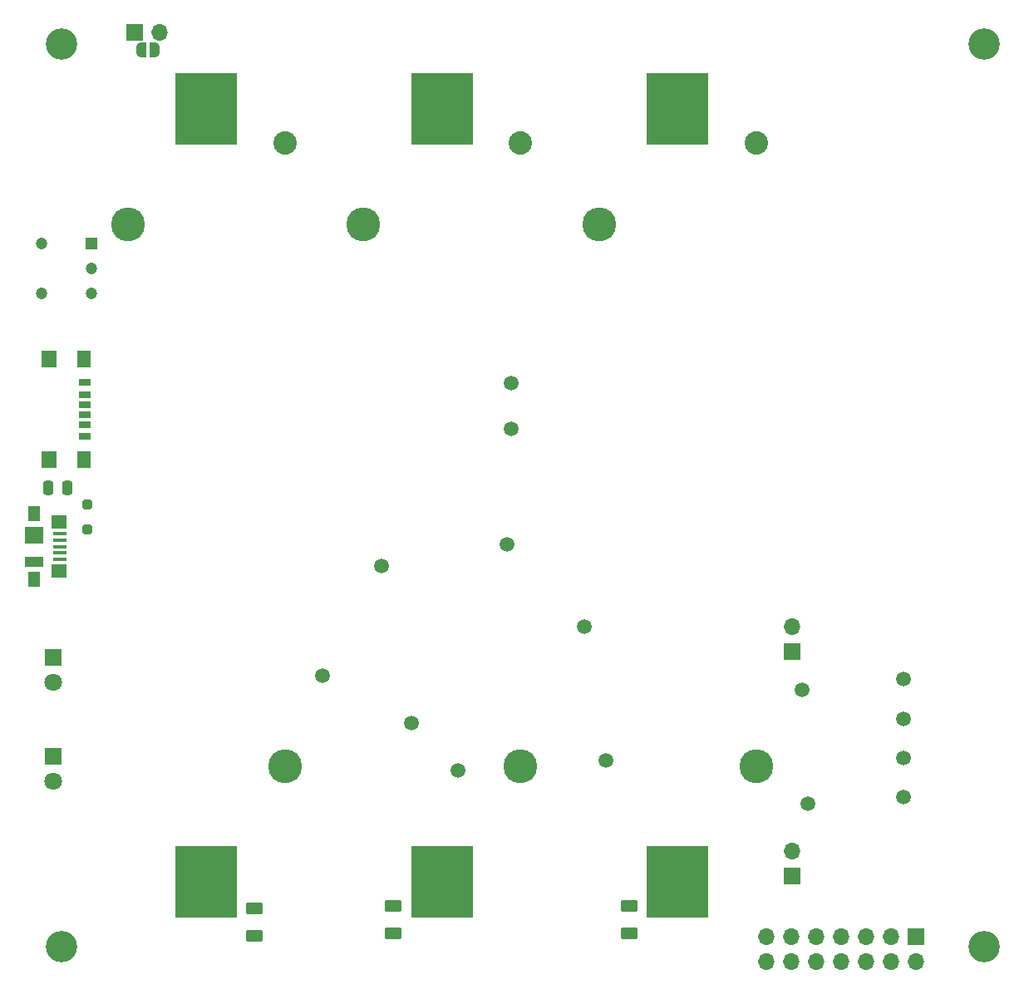
<source format=gts>
%TF.GenerationSoftware,KiCad,Pcbnew,7.0.9*%
%TF.CreationDate,2024-06-04T23:40:40+02:00*%
%TF.ProjectId,EnvSensor-Power-v2.1,456e7653-656e-4736-9f72-2d506f776572,rev?*%
%TF.SameCoordinates,Original*%
%TF.FileFunction,Soldermask,Top*%
%TF.FilePolarity,Negative*%
%FSLAX46Y46*%
G04 Gerber Fmt 4.6, Leading zero omitted, Abs format (unit mm)*
G04 Created by KiCad (PCBNEW 7.0.9) date 2024-06-04 23:40:40*
%MOMM*%
%LPD*%
G01*
G04 APERTURE LIST*
G04 Aperture macros list*
%AMRoundRect*
0 Rectangle with rounded corners*
0 $1 Rounding radius*
0 $2 $3 $4 $5 $6 $7 $8 $9 X,Y pos of 4 corners*
0 Add a 4 corners polygon primitive as box body*
4,1,4,$2,$3,$4,$5,$6,$7,$8,$9,$2,$3,0*
0 Add four circle primitives for the rounded corners*
1,1,$1+$1,$2,$3*
1,1,$1+$1,$4,$5*
1,1,$1+$1,$6,$7*
1,1,$1+$1,$8,$9*
0 Add four rect primitives between the rounded corners*
20,1,$1+$1,$2,$3,$4,$5,0*
20,1,$1+$1,$4,$5,$6,$7,0*
20,1,$1+$1,$6,$7,$8,$9,0*
20,1,$1+$1,$8,$9,$2,$3,0*%
%AMFreePoly0*
4,1,19,0.500000,-0.750000,0.000000,-0.750000,0.000000,-0.744911,-0.071157,-0.744911,-0.207708,-0.704816,-0.327430,-0.627875,-0.420627,-0.520320,-0.479746,-0.390866,-0.500000,-0.250000,-0.500000,0.250000,-0.479746,0.390866,-0.420627,0.520320,-0.327430,0.627875,-0.207708,0.704816,-0.071157,0.744911,0.000000,0.744911,0.000000,0.750000,0.500000,0.750000,0.500000,-0.750000,0.500000,-0.750000,
$1*%
%AMFreePoly1*
4,1,19,0.000000,0.744911,0.071157,0.744911,0.207708,0.704816,0.327430,0.627875,0.420627,0.520320,0.479746,0.390866,0.500000,0.250000,0.500000,-0.250000,0.479746,-0.390866,0.420627,-0.520320,0.327430,-0.627875,0.207708,-0.704816,0.071157,-0.744911,0.000000,-0.744911,0.000000,-0.750000,-0.500000,-0.750000,-0.500000,0.750000,0.000000,0.750000,0.000000,0.744911,0.000000,0.744911,
$1*%
G04 Aperture macros list end*
%ADD10R,1.700000X1.700000*%
%ADD11O,1.700000X1.700000*%
%ADD12RoundRect,0.250000X-0.625000X0.375000X-0.625000X-0.375000X0.625000X-0.375000X0.625000X0.375000X0*%
%ADD13R,1.380000X0.450000*%
%ADD14R,1.300000X1.650000*%
%ADD15R,1.550000X1.425000*%
%ADD16R,1.900000X1.800000*%
%ADD17R,1.900000X1.000000*%
%ADD18R,1.200000X0.700000*%
%ADD19R,1.200000X0.760000*%
%ADD20R,1.200000X0.800000*%
%ADD21R,1.350000X1.800000*%
%ADD22R,1.500000X1.800000*%
%ADD23C,3.200000*%
%ADD24C,1.200000*%
%ADD25R,1.200000X1.200000*%
%ADD26C,2.390000*%
%ADD27C,3.450000*%
%ADD28R,6.350000X7.340000*%
%ADD29FreePoly0,180.000000*%
%ADD30FreePoly1,180.000000*%
%ADD31R,1.800000X1.800000*%
%ADD32C,1.800000*%
%ADD33RoundRect,0.250000X-0.250000X-0.475000X0.250000X-0.475000X0.250000X0.475000X-0.250000X0.475000X0*%
%ADD34RoundRect,0.250000X-0.250000X0.250000X-0.250000X-0.250000X0.250000X-0.250000X0.250000X0.250000X0*%
%ADD35C,1.500000*%
G04 APERTURE END LIST*
D10*
%TO.C,J6*%
X111000000Y-115000000D03*
D11*
X111000000Y-117540000D03*
X108460000Y-115000000D03*
X108460000Y-117540000D03*
X105920000Y-115000000D03*
X105920000Y-117540000D03*
X103380000Y-115000000D03*
X103380000Y-117540000D03*
X100840000Y-115000000D03*
X100840000Y-117540000D03*
X98300000Y-115000000D03*
X98300000Y-117540000D03*
X95760000Y-115000000D03*
X95760000Y-117540000D03*
%TD*%
D12*
%TO.C,F1*%
X43600000Y-112100000D03*
X43600000Y-114900000D03*
%TD*%
D13*
%TO.C,J1*%
X23815464Y-73912500D03*
X23815464Y-74562500D03*
X23815464Y-75212500D03*
X23815464Y-75862500D03*
X23815464Y-76512500D03*
D14*
X21155464Y-71837500D03*
D15*
X23730464Y-72725000D03*
D16*
X21155464Y-74062500D03*
D17*
X21155464Y-76762500D03*
D15*
X23730464Y-77700000D03*
D14*
X21155464Y-78587500D03*
%TD*%
D18*
%TO.C,J2*%
X26340464Y-60762500D03*
D19*
X26340464Y-62782500D03*
D20*
X26340464Y-64012500D03*
D18*
X26340464Y-61762500D03*
D19*
X26340464Y-59742500D03*
D20*
X26340464Y-58512500D03*
D21*
X26285464Y-56137500D03*
D22*
X22705464Y-56137500D03*
D21*
X26285464Y-66387500D03*
D22*
X22705464Y-66387500D03*
%TD*%
D23*
%TO.C,H4*%
X24000000Y-116000000D03*
%TD*%
D24*
%TO.C,SW1*%
X21917500Y-44322500D03*
X21917500Y-49402500D03*
D25*
X26997500Y-44322500D03*
D24*
X26997500Y-46862500D03*
X26997500Y-49402500D03*
%TD*%
D26*
%TO.C,B1*%
X46750000Y-34070000D03*
D27*
X30750000Y-42400000D03*
X46750000Y-97600000D03*
D28*
X38750000Y-30670000D03*
X38750000Y-109330000D03*
%TD*%
D23*
%TO.C,H3*%
X118000000Y-116000000D03*
%TD*%
D29*
%TO.C,JP1*%
X33450000Y-24600000D03*
D30*
X32150000Y-24600000D03*
%TD*%
D26*
%TO.C,B2*%
X70750000Y-34070000D03*
D27*
X54750000Y-42400000D03*
X70750000Y-97600000D03*
D28*
X62750000Y-30670000D03*
X62750000Y-109330000D03*
%TD*%
D12*
%TO.C,F2*%
X57800000Y-111800000D03*
X57800000Y-114600000D03*
%TD*%
%TO.C,F3*%
X81800000Y-111800000D03*
X81800000Y-114600000D03*
%TD*%
D23*
%TO.C,H2*%
X118000000Y-24000000D03*
%TD*%
D26*
%TO.C,B3*%
X94750000Y-34070000D03*
D27*
X78750000Y-42400000D03*
X94750000Y-97600000D03*
D28*
X86750000Y-30670000D03*
X86750000Y-109330000D03*
%TD*%
D31*
%TO.C,D7*%
X23102500Y-96587500D03*
D32*
X23102500Y-99127500D03*
%TD*%
D31*
%TO.C,D5*%
X23102500Y-86550000D03*
D32*
X23102500Y-89090000D03*
%TD*%
D33*
%TO.C,C1*%
X22650000Y-69200000D03*
X24550000Y-69200000D03*
%TD*%
D23*
%TO.C,H1*%
X24000000Y-24000000D03*
%TD*%
D34*
%TO.C,D1*%
X26600000Y-70950000D03*
X26600000Y-73450000D03*
%TD*%
D10*
%TO.C,J3*%
X31460000Y-22800000D03*
D11*
X34000000Y-22800000D03*
%TD*%
D35*
%TO.C,TS2*%
X69400000Y-75000000D03*
%TD*%
%TO.C,TS6*%
X59600000Y-93200000D03*
%TD*%
%TO.C,TS5*%
X77200000Y-83400000D03*
%TD*%
%TO.C,TS4*%
X69800000Y-58600000D03*
%TD*%
%TO.C,TS9*%
X50600000Y-88400000D03*
%TD*%
%TO.C,TP6*%
X109750000Y-88750000D03*
%TD*%
%TO.C,TP2*%
X100000000Y-101400000D03*
%TD*%
%TO.C,TP5*%
X109750000Y-92750000D03*
%TD*%
%TO.C,TS8*%
X79400000Y-97000000D03*
%TD*%
%TO.C,TS1*%
X69800000Y-63200000D03*
%TD*%
%TO.C,TP3*%
X109750000Y-100750000D03*
%TD*%
D10*
%TO.C,J5*%
X98400000Y-108740000D03*
D11*
X98400000Y-106200000D03*
%TD*%
D35*
%TO.C,TS3*%
X56600000Y-77200000D03*
%TD*%
%TO.C,TP4*%
X109750000Y-96750000D03*
%TD*%
%TO.C,TS7*%
X64400000Y-98000000D03*
%TD*%
D10*
%TO.C,J4*%
X98400000Y-85940000D03*
D11*
X98400000Y-83400000D03*
%TD*%
D35*
%TO.C,TP1*%
X99400000Y-89800000D03*
%TD*%
M02*

</source>
